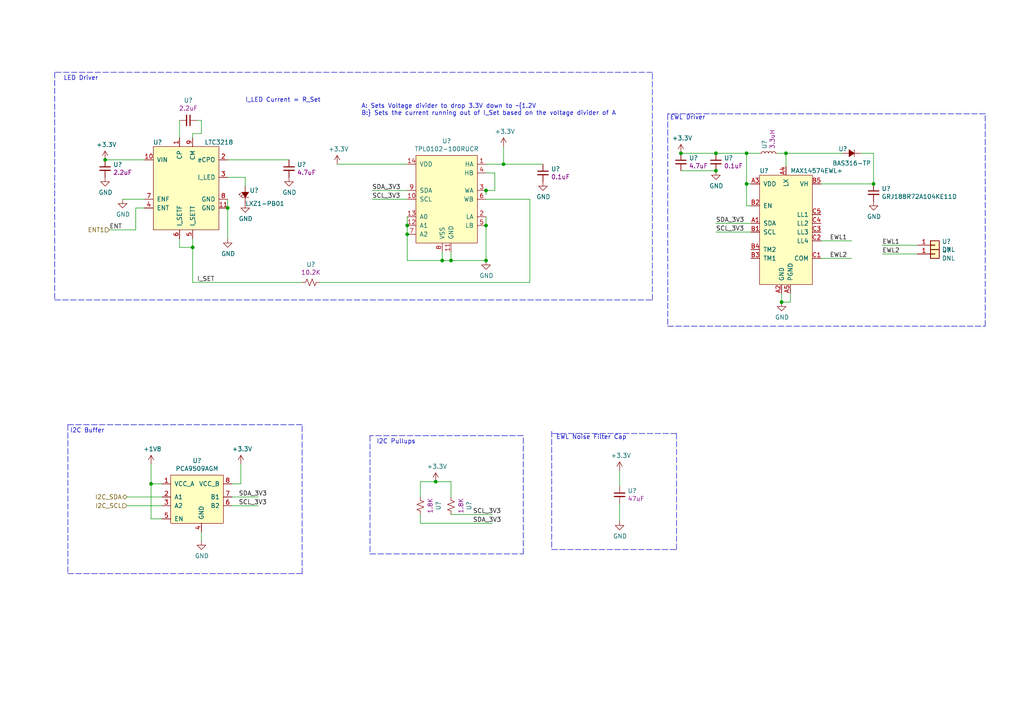
<source format=kicad_sch>
(kicad_sch (version 20211123) (generator eeschema)
  (paper "A4")
  (title_block (title "Miniscope-V4-Rigid-Flex") (date "2021-01-05") (rev "4.41") (company "Aharoni Lab"))
  (lib_symbols
    (symbol ".Capacitor:GRM033R61A104ME15D" (pin_numbers hide) (pin_names (offset 0.254) hide)
      (property "Reference" "C" (at 0.254 1.778 0))
      (property "Note" "0.1uF" (at 2.794 -2.032 0))
      (symbol "GRM033R61A104ME15D_0_1"
        (polyline (pts (xy -1.524 -0.508) (xy 1.524 -0.508)) (stroke (width 0.3302)))
        (polyline (pts (xy -1.524 0.508) (xy 1.524 0.508)) (stroke (width 0.3048)))
      )
      (symbol "GRM033R61A104ME15D_1_1"
        (pin passive line (at 0 2.54 270) (length 2.032) (name "~") (number "1"))
        (pin passive line (at 0 -2.54 90) (length 2.032) (name "~") (number "2"))
      )
    )
    (symbol ".Capacitor:GRM033R61A225ME47D" (pin_numbers hide) (pin_names (offset 0.254) hide)
      (property "Reference" "C" (at 0.254 1.778 0))
      (property "Note" "2.2uF" (at 2.794 -2.032 0))
      (symbol "GRM033R61A225ME47D_0_1"
        (polyline (pts (xy -1.524 -0.508) (xy 1.524 -0.508)) (stroke (width 0.3302)))
        (polyline (pts (xy -1.524 0.508) (xy 1.524 0.508)) (stroke (width 0.3048)))
      )
      (symbol "GRM033R61A225ME47D_1_1"
        (pin passive line (at 0 2.54 270) (length 2.032) (name "~") (number "1"))
        (pin passive line (at 0 -2.54 90) (length 2.032) (name "~") (number "2"))
      )
    )
    (symbol ".Capacitor:GRM155R60J475ME87D" (pin_numbers hide) (pin_names (offset 0.254) hide)
      (property "Reference" "C" (at 0.254 1.778 0))
      (property "Note" "4.7uF" (at 2.794 -2.032 0))
      (symbol "GRM155R60J475ME87D_0_1"
        (polyline (pts (xy -1.524 -0.508) (xy 1.524 -0.508)) (stroke (width 0.3302)))
        (polyline (pts (xy -1.524 0.508) (xy 1.524 0.508)) (stroke (width 0.3048)))
      )
      (symbol "GRM155R60J475ME87D_1_1"
        (pin passive line (at 0 2.54 270) (length 2.032) (name "~") (number "1"))
        (pin passive line (at 0 -2.54 90) (length 2.032) (name "~") (number "2"))
      )
    )
    (symbol ".Connector:Conn_01x01" (pin_names (offset 1.016) hide)
      (property "Reference" "J" (at 0 2.54 0))
      (property "Value" "Conn_01x01" (at 0 -2.54 0))
      (symbol "Conn_01x01_1_1"
        (rectangle (start -1.27 0.127) (end 0 -0.127) (stroke (width 0.1524)))
        (rectangle (start -1.27 1.27) (end 1.27 -1.27) (stroke (width 0.254)) (fill (type background)))
        (pin passive line (at -5.08 0 0) (length 3.81) (name "Pin_1") (number "1"))
      )
    )
    (symbol ".Device:C_Small" (pin_numbers hide) (pin_names (offset 0.254) hide)
      (property "Reference" "C" (at 0.254 1.778 0))
      (property "Value" "C_Small" (at 0.254 -2.032 0))
      (symbol "C_Small_0_1"
        (polyline (pts (xy -1.524 -0.508) (xy 1.524 -0.508)) (stroke (width 0.3302)))
        (polyline (pts (xy -1.524 0.508) (xy 1.524 0.508)) (stroke (width 0.3048)))
      )
      (symbol "C_Small_1_1"
        (pin passive line (at 0 2.54 270) (length 2.032) (name "~") (number "1"))
        (pin passive line (at 0 -2.54 90) (length 2.032) (name "~") (number "2"))
      )
    )
    (symbol ".Diode:BAS316" (pin_numbers hide) (pin_names (offset 0.254) hide)
      (property "Reference" "D" (at -1.27 2.032 0))
      (property "Value" "BAS316" (at -3.81 -2.032 0))
      (symbol "BAS316_0_1"
        (polyline (pts (xy -0.762 -1.016) (xy -0.762 1.016)))
        (polyline (pts (xy -0.762 0) (xy 0.762 0)))
        (polyline (pts (xy 0.762 -1.016) (xy -0.762 0) (xy 0.762 1.016) (xy 0.762 -1.016)) (fill (type outline)))
      )
      (symbol "BAS316_1_1"
        (pin passive line (at 2.54 0 180) (length 1.778) (name "A") (number "A"))
        (pin passive line (at -2.54 0 0) (length 1.778) (name "C") (number "C"))
      )
    )
    (symbol ".Driver_ETL:MAX14574EWL+" (pin_names (offset 1.016))
      (property "Reference" "U" (at -2.54 5.08 0))
      (property "Value" "MAX14574EWL+" (at 13.97 5.08 0))
      (symbol "MAX14574EWL+_0_1"
        (rectangle (start -3.81 3.81) (end 11.43 -27.94) (fill (type background)))
      )
      (symbol "MAX14574EWL+_1_1"
        (pin bidirectional line (at -6.35 -10.16 0) (length 2.54) (name "SDA") (number "A1"))
        (pin power_in line (at 2.54 -30.48 90) (length 2.54) (name "GND") (number "A2"))
        (pin power_in line (at -6.35 1.27 0) (length 2.54) (name "VDD") (number "A3"))
        (pin bidirectional line (at 3.81 6.35 270) (length 2.54) (name "LX") (number "A4"))
        (pin power_in line (at 5.08 -30.48 90) (length 2.54) (name "PGND") (number "A5"))
        (pin bidirectional line (at -6.35 -12.7 0) (length 2.54) (name "SCL") (number "B1"))
        (pin input line (at -6.35 -5.08 0) (length 2.54) (name "EN") (number "B2"))
        (pin bidirectional line (at -6.35 -20.32 0) (length 2.54) (name "TM1") (number "B3"))
        (pin bidirectional line (at -6.35 -17.78 0) (length 2.54) (name "TM2") (number "B4"))
        (pin power_out line (at 13.97 1.27 180) (length 2.54) (name "VH") (number "B5"))
        (pin power_out line (at 13.97 -20.32 180) (length 2.54) (name "COM") (number "C1"))
        (pin power_out line (at 13.97 -15.24 180) (length 2.54) (name "LL4") (number "C2"))
        (pin power_out line (at 13.97 -12.7 180) (length 2.54) (name "LL3") (number "C3"))
        (pin power_out line (at 13.97 -10.16 180) (length 2.54) (name "LL2") (number "C4"))
        (pin power_out line (at 13.97 -7.62 180) (length 2.54) (name "LL1") (number "C5"))
      )
    )
    (symbol ".Driver_LED:LTC3218" (pin_names (offset 1.016))
      (property "Reference" "U" (at -8.89 8.89 0))
      (property "Value" "LTC3218" (at 7.62 8.89 0))
      (symbol "LTC3218_0_1"
        (rectangle (start -8.89 7.62) (end 10.16 -16.51) (fill (type background)))
      )
      (symbol "LTC3218_1_1"
        (pin output line (at -1.27 10.16 270) (length 2.54) (name "CP") (number "1"))
        (pin power_in line (at -11.43 3.81 0) (length 2.54) (name "VIN") (number "10"))
        (pin power_in line (at 12.7 -10.16 180) (length 2.54) (name "GND") (number "11"))
        (pin output line (at 12.7 3.81 180) (length 2.54) (name "eCPO") (number "2"))
        (pin power_out line (at 12.7 -1.27 180) (length 2.54) (name "I_LED") (number "3"))
        (pin input line (at -11.43 -10.16 0) (length 2.54) (name "ENT") (number "4"))
        (pin unspecified line (at 2.54 -19.05 90) (length 2.54) (name "I_SETT") (number "5"))
        (pin unspecified line (at -1.27 -19.05 90) (length 2.54) (name "I_SETF") (number "6"))
        (pin input line (at -11.43 -7.62 0) (length 2.54) (name "ENF") (number "7"))
        (pin power_in line (at 12.7 -7.62 180) (length 2.54) (name "GND") (number "8"))
        (pin input line (at 2.54 10.16 270) (length 2.54) (name "CM") (number "9"))
      )
    )
    (symbol ".Inductor:LQM18PN3R3MGHD" (pin_numbers hide) (pin_names (offset 0.254) hide)
      (property "Reference" "L" (at 0.762 1.016 0))
      (property "Note" "3.3uH" (at 3.302 -1.524 0))
      (symbol "LQM18PN3R3MGHD_0_1"
        (arc (start 0 -2.032) (mid 0.508 -1.524) (end 0 -1.016))
        (arc (start 0 -1.016) (mid 0.508 -0.508) (end 0 0))
        (arc (start 0 0) (mid 0.508 0.508) (end 0 1.016))
        (arc (start 0 1.016) (mid 0.508 1.524) (end 0 2.032))
      )
      (symbol "LQM18PN3R3MGHD_1_1"
        (pin passive line (at 0 2.54 270) (length 0.508) (name "~") (number "1"))
        (pin passive line (at 0 -2.54 90) (length 0.508) (name "~") (number "2"))
      )
    )
    (symbol ".LED:LXZ1-PR01" (pin_numbers hide) (pin_names (offset 0.254) hide)
      (property "Reference" "D" (at -1.27 3.175 0))
      (property "Value" "LXZ1-PR01" (at -4.445 -2.54 0))
      (symbol "LXZ1-PR01_0_1"
        (polyline (pts (xy -0.762 -1.016) (xy -0.762 1.016)))
        (polyline (pts (xy 1.016 0) (xy -0.762 0)))
        (polyline (pts (xy 0.762 -1.016) (xy -0.762 0) (xy 0.762 1.016) (xy 0.762 -1.016)) (fill (type outline)))
        (polyline (pts (xy 0 0.762) (xy -0.508 1.27) (xy -0.254 1.27) (xy -0.508 1.27) (xy -0.508 1.016)))
        (polyline (pts (xy 0.508 1.27) (xy 0 1.778) (xy 0.254 1.778) (xy 0 1.778) (xy 0 1.524)))
      )
      (symbol "LXZ1-PR01_1_1"
        (pin passive line (at 2.54 0 180) (length 1.778) (name "A") (number "A"))
        (pin passive line (at -2.54 0 0) (length 1.778) (name "C") (number "C"))
      )
    )
    (symbol ".Logic_Level_Translator:PCA9509AGM" (pin_names (offset 1.016))
      (property "Reference" "U" (at 6.35 8.89 0))
      (property "Value" "PCA9509AGM" (at -7.62 -7.62 0))
      (symbol "PCA9509AGM_0_1"
        (rectangle (start -7.62 7.62) (end 7.62 -6.35) (fill (type background)))
      )
      (symbol "PCA9509AGM_1_1"
        (pin power_in line (at -10.16 5.08 0) (length 2.54) (name "VCC_A") (number "1"))
        (pin bidirectional line (at -10.16 1.27 0) (length 2.54) (name "A1") (number "2"))
        (pin bidirectional line (at -10.16 -1.27 0) (length 2.54) (name "A2") (number "3"))
        (pin bidirectional line (at 1.27 -8.89 90) (length 2.54) (name "GND") (number "4"))
        (pin bidirectional line (at -10.16 -5.08 0) (length 2.54) (name "EN") (number "5"))
        (pin bidirectional line (at 10.16 -1.27 180) (length 2.54) (name "B2") (number "6"))
        (pin bidirectional line (at 10.16 1.27 180) (length 2.54) (name "B1") (number "7"))
        (pin power_in line (at 10.16 5.08 180) (length 2.54) (name "VCC_B") (number "8"))
      )
    )
    (symbol ".Potentiometer:TPL0102-100RUCR" (pin_names (offset 1.016))
      (property "Reference" "U" (at -7.62 13.97 0))
      (property "Value" "TPL0102-100RUCR" (at 11.43 13.97 0))
      (symbol "TPL0102-100RUCR_0_1"
        (rectangle (start -8.89 12.7) (end 8.89 -12.7) (fill (type background)))
      )
      (symbol "TPL0102-100RUCR_1_1"
        (pin bidirectional line (at 11.43 10.16 180) (length 2.54) (name "HA") (number "1"))
        (pin input line (at -11.43 0 0) (length 2.54) (name "SCL") (number "10"))
        (pin power_in line (at 1.27 -15.24 90) (length 2.54) (name "GND") (number "11"))
        (pin input line (at -11.43 -7.62 0) (length 2.54) (name "A1") (number "12"))
        (pin input line (at -11.43 -5.08 0) (length 2.54) (name "A0") (number "13"))
        (pin power_in line (at -11.43 10.16 0) (length 2.54) (name "VDD") (number "14"))
        (pin bidirectional line (at 11.43 -5.08 180) (length 2.54) (name "LA") (number "2"))
        (pin bidirectional line (at 11.43 2.54 180) (length 2.54) (name "WA") (number "3"))
        (pin bidirectional line (at 11.43 7.62 180) (length 2.54) (name "HB") (number "4"))
        (pin bidirectional line (at 11.43 -7.62 180) (length 2.54) (name "LB") (number "5"))
        (pin bidirectional line (at 11.43 0 180) (length 2.54) (name "WB") (number "6"))
        (pin input line (at -11.43 -10.16 0) (length 2.54) (name "A2") (number "7"))
        (pin power_in line (at -1.27 -15.24 90) (length 2.54) (name "VSS") (number "8"))
        (pin bidirectional line (at -11.43 2.54 0) (length 2.54) (name "SDA") (number "9"))
      )
    )
    (symbol ".Resistor:ERJ-1GEF1022C" (pin_numbers hide) (pin_names (offset 0.254) hide)
      (property "Reference" "R" (at 0.762 0.508 0))
      (property "Note" "10.2K" (at 3.81 -1.27 0))
      (symbol "ERJ-1GEF1022C_1_1"
        (polyline (pts (xy 0 0) (xy 1.016 -0.381) (xy 0 -0.762) (xy -1.016 -1.143) (xy 0 -1.524)))
        (polyline (pts (xy 0 1.524) (xy 1.016 1.143) (xy 0 0.762) (xy -1.016 0.381) (xy 0 0)))
        (pin passive line (at 0 2.54 270) (length 1.016) (name "~") (number "1"))
        (pin passive line (at 0 -2.54 90) (length 1.016) (name "~") (number "2"))
      )
    )
    (symbol "power:+1V8" (power) (pin_names (offset 0))
      (property "Value" "+1V8" (at 0 3.556 0))
      (symbol "+1V8_0_1"
        (polyline (pts (xy -0.762 1.27) (xy 0 2.54)))
        (polyline (pts (xy 0 0) (xy 0 2.54)))
        (polyline (pts (xy 0 2.54) (xy 0.762 1.27)))
      )
      (symbol "+1V8_1_1"
        (pin power_in line (at 0 0 90) (length 0) hide (name "+1V8") (number "1"))
      )
    )
    (symbol "power:+3.3V" (power) (pin_names (offset 0))
      (property "Value" "+3.3V" (at 0 3.556 0))
      (symbol "+3.3V_0_1"
        (polyline (pts (xy -0.762 1.27) (xy 0 2.54)))
        (polyline (pts (xy 0 0) (xy 0 2.54)))
        (polyline (pts (xy 0 2.54) (xy 0.762 1.27)))
      )
      (symbol "+3.3V_1_1"
        (pin power_in line (at 0 0 90) (length 0) hide (name "+3.3V") (number "1"))
      )
    )
    (symbol "power:GND" (power) (pin_names (offset 0))
      (property "Value" "GND" (at 0 -3.81 0))
      (symbol "GND_0_1"
        (polyline (pts (xy 0 0) (xy 0 -1.27) (xy 1.27 -1.27) (xy 0 -2.54) (xy -1.27 -1.27) (xy 0 -1.27)))
      )
      (symbol "GND_1_1"
        (pin power_in line (at 0 0 270) (length 0) hide (name "GND") (number "1"))
      )
    )
  )
  (junction (at 55.88 71.755))
  (junction (at 130.81 75.565))
  (junction (at 43.815 140.335))
  (junction (at 207.645 49.53))
  (junction (at 140.97 75.565))
  (junction (at 207.645 44.45))
  (junction (at 118.11 67.945))
  (junction (at 140.97 65.405))
  (junction (at 126.365 139.7))
  (junction (at 128.27 75.565))
  (junction (at 146.05 47.625))
  (junction (at 66.04 60.325))
  (junction (at 227.965 44.45))
  (junction (at 118.11 65.405))
  (junction (at 216.535 53.34))
  (junction (at 226.695 87.63))
  (junction (at 140.97 55.245))
  (junction (at 216.535 44.45))
  (junction (at 197.485 44.45))
  (junction (at 253.365 53.34))
  (junction (at 30.48 46.355))
  (polyline (pts (xy 160.02 125.095) (xy 160.02 159.385)))
  (wire (pts (xy 140.97 57.785) (xy 153.67 57.785)))
  (wire (pts (xy 140.97 56.515) (xy 140.97 55.245)))
  (polyline (pts (xy 196.215 159.385) (xy 196.215 125.73)))
  (wire (pts (xy 197.485 44.45) (xy 207.645 44.45)))
  (wire (pts (xy 55.88 81.915) (xy 87.63 81.915)))
  (wire (pts (xy 69.85 140.335) (xy 69.85 134.62)))
  (wire (pts (xy 52.07 71.755) (xy 55.88 71.755)))
  (wire (pts (xy 121.92 151.765) (xy 142.875 151.765)))
  (wire (pts (xy 46.99 150.495) (xy 43.815 150.495)))
  (polyline (pts (xy 285.75 33.02) (xy 193.675 33.02)))
  (wire (pts (xy 92.71 81.915) (xy 153.67 81.915)))
  (wire (pts (xy 227.965 44.45) (xy 244.475 44.45)))
  (wire (pts (xy 140.97 47.625) (xy 146.05 47.625)))
  (wire (pts (xy 71.12 51.435) (xy 71.12 53.975)))
  (wire (pts (xy 126.365 139.7) (xy 121.92 139.7)))
  (wire (pts (xy 229.235 87.63) (xy 226.695 87.63)))
  (wire (pts (xy 207.645 44.45) (xy 216.535 44.45)))
  (wire (pts (xy 66.04 46.355) (xy 83.82 46.355)))
  (wire (pts (xy 118.11 55.245) (xy 107.95 55.245)))
  (wire (pts (xy 52.07 34.925) (xy 52.07 40.005)))
  (wire (pts (xy 217.805 64.77) (xy 207.645 64.77)))
  (wire (pts (xy 207.645 49.53) (xy 197.485 49.53)))
  (wire (pts (xy 143.51 55.245) (xy 143.51 50.165)))
  (wire (pts (xy 66.04 51.435) (xy 71.12 51.435)))
  (wire (pts (xy 41.91 57.785) (xy 35.56 57.785)))
  (wire (pts (xy 58.42 38.735) (xy 55.88 38.735)))
  (wire (pts (xy 255.905 71.12) (xy 266.065 71.12)))
  (wire (pts (xy 130.81 75.565) (xy 130.81 73.025)))
  (wire (pts (xy 179.705 146.05) (xy 179.705 151.13)))
  (wire (pts (xy 216.535 53.34) (xy 216.535 44.45)))
  (polyline (pts (xy 189.23 20.955) (xy 15.875 20.955)))
  (polyline (pts (xy 193.675 94.615) (xy 285.75 94.615)))
  (wire (pts (xy 46.99 144.145) (xy 36.83 144.145)))
  (wire (pts (xy 118.11 65.405) (xy 118.11 67.945)))
  (wire (pts (xy 140.97 62.865) (xy 140.97 65.405)))
  (wire (pts (xy 55.88 38.735) (xy 55.88 40.005)))
  (wire (pts (xy 238.125 53.34) (xy 253.365 53.34)))
  (wire (pts (xy 43.815 140.335) (xy 43.815 134.62)))
  (wire (pts (xy 52.07 69.215) (xy 52.07 71.755)))
  (polyline (pts (xy 151.765 160.655) (xy 151.765 126.365)))
  (wire (pts (xy 67.31 146.685) (xy 74.93 146.685)))
  (polyline (pts (xy 193.675 33.02) (xy 193.675 94.615)))
  (polyline (pts (xy 160.02 159.385) (xy 196.215 159.385)))
  (wire (pts (xy 128.27 73.025) (xy 128.27 75.565)))
  (wire (pts (xy 58.42 34.925) (xy 58.42 38.735)))
  (polyline (pts (xy 15.875 86.995) (xy 189.23 86.995)))
  (wire (pts (xy 140.97 75.565) (xy 130.81 75.565)))
  (wire (pts (xy 130.81 139.7) (xy 126.365 139.7)))
  (wire (pts (xy 118.11 75.565) (xy 128.27 75.565)))
  (wire (pts (xy 67.31 140.335) (xy 69.85 140.335)))
  (polyline (pts (xy 189.23 86.995) (xy 189.23 20.955)))
  (wire (pts (xy 143.51 50.165) (xy 140.97 50.165)))
  (polyline (pts (xy 107.315 160.655) (xy 151.765 160.655)))
  (polyline (pts (xy 15.875 20.955) (xy 15.875 86.995)))
  (wire (pts (xy 121.92 151.765) (xy 121.92 149.225)))
  (polyline (pts (xy 19.685 123.19) (xy 19.685 166.37)))
  (wire (pts (xy 39.37 66.675) (xy 31.75 66.675)))
  (wire (pts (xy 118.11 62.865) (xy 118.11 65.405)))
  (wire (pts (xy 58.42 154.305) (xy 58.42 156.845)))
  (polyline (pts (xy 87.63 166.37) (xy 87.63 123.19)))
  (wire (pts (xy 253.365 53.34) (xy 253.365 44.45)))
  (wire (pts (xy 229.235 85.09) (xy 229.235 87.63)))
  (wire (pts (xy 121.92 139.7) (xy 121.92 144.145)))
  (wire (pts (xy 255.905 73.66) (xy 266.065 73.66)))
  (wire (pts (xy 57.15 34.925) (xy 58.42 34.925)))
  (wire (pts (xy 43.815 150.495) (xy 43.815 140.335)))
  (wire (pts (xy 226.695 87.63) (xy 226.695 85.09)))
  (wire (pts (xy 253.365 44.45) (xy 249.555 44.45)))
  (polyline (pts (xy 151.765 126.365) (xy 107.315 126.365)))
  (wire (pts (xy 66.04 57.785) (xy 66.04 60.325)))
  (wire (pts (xy 157.48 47.625) (xy 146.05 47.625)))
  (wire (pts (xy 46.99 140.335) (xy 43.815 140.335)))
  (wire (pts (xy 216.535 59.69) (xy 216.535 53.34)))
  (wire (pts (xy 46.99 146.685) (xy 36.83 146.685)))
  (polyline (pts (xy 285.75 94.615) (xy 285.75 33.02)))
  (wire (pts (xy 153.67 81.915) (xy 153.67 57.785)))
  (wire (pts (xy 55.88 71.755) (xy 55.88 81.915)))
  (wire (pts (xy 97.79 47.625) (xy 118.11 47.625)))
  (polyline (pts (xy 196.215 125.73) (xy 160.02 125.73)))
  (wire (pts (xy 118.11 67.945) (xy 118.11 75.565)))
  (wire (pts (xy 140.97 65.405) (xy 140.97 75.565)))
  (wire (pts (xy 55.88 71.755) (xy 55.88 69.215)))
  (wire (pts (xy 217.805 67.31) (xy 207.645 67.31)))
  (wire (pts (xy 227.965 44.45) (xy 227.965 48.26)))
  (wire (pts (xy 130.81 139.7) (xy 130.81 144.145)))
  (wire (pts (xy 39.37 60.325) (xy 39.37 66.675)))
  (wire (pts (xy 41.91 46.355) (xy 30.48 46.355)))
  (wire (pts (xy 118.11 57.785) (xy 107.95 57.785)))
  (wire (pts (xy 179.705 140.97) (xy 179.705 136.525)))
  (wire (pts (xy 216.535 53.34) (xy 217.805 53.34)))
  (wire (pts (xy 130.81 149.225) (xy 142.875 149.225)))
  (wire (pts (xy 140.97 55.245) (xy 143.51 55.245)))
  (wire (pts (xy 238.125 74.93) (xy 247.015 74.93)))
  (wire (pts (xy 217.805 59.69) (xy 216.535 59.69)))
  (wire (pts (xy 66.04 60.325) (xy 66.04 69.215)))
  (polyline (pts (xy 107.315 126.365) (xy 107.315 160.655)))
  (wire (pts (xy 216.535 44.45) (xy 220.345 44.45)))
  (wire (pts (xy 225.425 44.45) (xy 227.965 44.45)))
  (wire (pts (xy 41.91 60.325) (xy 39.37 60.325)))
  (wire (pts (xy 146.05 47.625) (xy 146.05 42.545)))
  (wire (pts (xy 67.31 144.145) (xy 74.93 144.145)))
  (wire (pts (xy 128.27 75.565) (xy 130.81 75.565)))
  (wire (pts (xy 238.125 69.85) (xy 247.015 69.85)))
  (polyline (pts (xy 87.63 123.19) (xy 19.685 123.19)))
  (polyline (pts (xy 19.685 166.37) (xy 87.63 166.37)))
  (text "EWL Driver" (at 194.31 34.925 0) (effects (font (size 1.27 1.27)) (justify left bottom)))
  (text "LED Driver" (at 18.415 23.495 0) (effects (font (size 1.27 1.27)) (justify left bottom)))
  (text "A: Sets Voltage divider to drop 3.3V down to ~{1.2V\nB:} Sets the current running out of I_Set based on the voltage divider of A\n" (at 104.775 33.655 0) (effects (font (size 1.27 1.27)) (justify left bottom)))
  (text "I2C Buffer" (at 20.32 125.73 0) (effects (font (size 1.27 1.27)) (justify left bottom)))
  (text "I_LED Current = R_Set" (at 71.12 29.845 0) (effects (font (size 1.27 1.27)) (justify left bottom)))
  (text "EWL Noise Filter Cap" (at 161.29 127.635 0) (effects (font (size 1.27 1.27)) (justify left bottom)))
  (text "I2C Pullups" (at 109.22 128.905 0) (effects (font (size 1.27 1.27)) (justify left bottom)))
  (label "SCL_3V3" (at 107.95 57.785 0))
  (label "SDA_3V3" (at 107.95 55.245 0))
  (label "I_SET" (at 57.15 81.915 0))
  (label "ENT" (at 31.75 66.675 0))
  (label "SCL_3V3" (at 137.16 149.225 0))
  (label "SCL_3V3" (at 69.215 146.685 0))
  (label "EWL2" (at 240.665 74.93 0))
  (label "EWL1" (at 240.665 69.85 0))
  (label "SCL_3V3" (at 207.645 67.31 0))
  (label "SDA_3V3" (at 69.215 144.145 0))
  (label "SDA_3V3" (at 137.16 151.765 0))
  (label "EWL1" (at 255.905 71.12 0))
  (label "EWL2" (at 255.905 73.66 0))
  (label "SDA_3V3" (at 207.645 64.77 0))
  (hierarchical_label "I2C_SCL" (shape input) (at 36.83 146.685 180))
  (hierarchical_label "I2C_SDA" (shape bidirectional) (at 36.83 144.145 180))
  (hierarchical_label "ENT1" (shape input) (at 31.75 66.675 180))
  (symbol (lib_id ".Driver_ETL:MAX14574EWL+") (at 224.155 54.61 0) (unit 1)
    (property "Value" "MAX14574EWL+" (at 236.855 49.53 0))
    (property "Footprint" ".Package_BGA:BGA_15_NP50_3X5_155X255X69B31N" (effects hide))
  )
  (symbol (lib_id ".Potentiometer:TPL0102-100RUCR") (at 129.54 57.785 0) (unit 1)
    (property "Value" "TPL0102-100RUCR" (at 129.54 43.2054 0))
    (property "Footprint" ".Package_QFN:QFN_14_P40_200X200X40L40X20L" (effects hide))
    (property "Datasheet" "http://www.ti.com/lit/ds/symlink/tpl0102-100.pdf" (effects hide))
    (property "Note" "2 ch digital pot" (effects hide))
    (property "Size" "14-XFQFN" (effects hide))
  )
  (symbol (lib_id ".Driver_LED:LTC3218") (at 53.34 50.165 0) (unit 1)
    (property "Value" "LTC3218" (at 63.5 41.275 0))
    (property "Footprint" ".Package_SON:SON_11_P50_300X200X80L40X25T239X64L" (effects hide))
    (property "Datasheet" "http://www.linear.com/docs/19518" (effects hide))
  )
  (symbol (lib_id ".Diode:BAS316") (at 247.015 44.45 180) (unit 1)
    (property "Value" "BAS316-TP" (at 247.015 47.3456 0))
    (property "Footprint" ".Diode:SOD_323_250X125X110L30X32L" (effects hide))
    (property "Datasheet" "https://assets.nexperia.com/documents/data-sheet/BAS16_SER.pdf" (effects hide))
    (property "Note" "BAS316" (effects hide))
  )
  (symbol (lib_id ".Inductor:LQM18PN3R3MGHD") (at 222.885 44.45 90) (unit 1)
    (property "Value" "MBKK1608T3R3M" (effects hide))
    (property "Footprint" ".Inductor:L_0603_1608Metric_L" (effects hide))
    (property "Datasheet" "http://search.murata.co.jp/Ceramy/image/img/P02/JELF243B-0047.pdf" (effects hide))
    (property "Note" "3.3uH" (at 224.028 43.2308 0) (effects (justify left)))
    (property "Size" "0603" (effects hide))
    (property "Comment" "Needs low DCR and max saturation current of at least 270mA" (effects hide))
  )
  (symbol (lib_id ".Capacitor:GRM155R60J475ME87D") (at 197.485 46.99 0) (unit 1)
    (property "Value" "GRM155R60J475ME47D" (effects hide))
    (property "Footprint" ".Capacitor:C_0402_1005Metric_L" (effects hide))
    (property "Note" "4.7uF" (at 199.8218 48.133 0) (effects (justify left)))
    (property "Size" "0402" (effects hide))
  )
  (symbol (lib_id ".Capacitor:GRM033R61A104ME15D") (at 207.645 46.99 0) (unit 1)
    (property "Value" "GRM033R61A104ME15D" (effects hide))
    (property "Footprint" ".Capacitor:C_0201_0603Metric_L" (effects hide))
    (property "Datasheet" "http://search.murata.co.jp/Ceramy/image/img/A01X/G101/ENG/GRM033R61A104ME15-01.pdf" (effects hide))
    (property "Note" "0.1uF" (at 209.9818 48.133 0) (effects (justify left)))
    (property "Size" "0201" (effects hide))
  )
  (symbol (lib_id "power:GND") (at 253.365 58.42 0) (unit 1)
    (property "Reference" "#PWR0112" (effects hide))
    (property "Value" "GND" (at 253.492 62.8142 0))
  )
  (symbol (lib_id "power:GND") (at 226.695 87.63 0) (unit 1)
    (property "Reference" "#PWR0113" (effects hide))
    (property "Value" "GND" (at 226.822 92.0242 0))
  )
  (symbol (lib_id "power:+3.3V") (at 197.485 44.45 0) (unit 1)
    (property "Reference" "#PWR0114" (effects hide))
    (property "Value" "+3.3V" (at 197.866 40.0558 0))
  )
  (symbol (lib_id "power:GND") (at 207.645 49.53 0) (unit 1)
    (property "Reference" "#PWR0115" (effects hide))
    (property "Value" "GND" (at 207.772 53.9242 0))
  )
  (symbol (lib_id ".Capacitor:GRM033R61A225ME47D") (at 30.48 48.895 0) (unit 1)
    (property "Value" "GRM033R61A225ME47D" (effects hide))
    (property "Footprint" ".Capacitor:C_0201_0603Metric_L" (effects hide))
    (property "Datasheet" "http://search.murata.co.jp/Ceramy/image/img/A01X/G101/ENG/GRM033R61A225ME47-01.pdf" (effects hide))
    (property "Note" "2.2uF" (at 32.8168 50.038 0) (effects (justify left)))
    (property "Size" "0201" (effects hide))
  )
  (symbol (lib_id ".Capacitor:GRM033R61A225ME47D") (at 54.61 34.925 270) (unit 1)
    (property "Value" "GRM033R61A225ME47D" (effects hide))
    (property "Footprint" ".Capacitor:C_0201_0603Metric_L" (effects hide))
    (property "Datasheet" "http://search.murata.co.jp/Ceramy/image/img/A01X/G101/ENG/GRM033R61A225ME47-01.pdf" (effects hide))
    (property "Note" "2.2uF" (at 54.61 31.4198 90))
    (property "Size" "0201" (effects hide))
  )
  (symbol (lib_id ".Capacitor:GRM155R60J475ME87D") (at 83.82 48.895 0) (unit 1)
    (property "Value" "GRM155R60J475ME47D" (effects hide))
    (property "Footprint" ".Capacitor:C_0402_1005Metric_L" (effects hide))
    (property "Note" "4.7uF" (at 86.1568 50.038 0) (effects (justify left)))
    (property "Size" "0402" (effects hide))
  )
  (symbol (lib_id "power:GND") (at 35.56 57.785 0) (unit 1)
    (property "Reference" "#PWR0116" (effects hide))
    (property "Value" "GND" (at 35.687 62.1792 0))
  )
  (symbol (lib_id "power:GND") (at 66.04 69.215 0) (unit 1)
    (property "Reference" "#PWR0117" (effects hide))
    (property "Value" "GND" (at 66.167 73.6092 0))
  )
  (symbol (lib_id "power:GND") (at 83.82 51.435 0) (unit 1)
    (property "Reference" "#PWR0118" (effects hide))
    (property "Value" "GND" (at 83.947 55.8292 0))
  )
  (symbol (lib_id "power:GND") (at 71.12 59.055 0) (unit 1)
    (property "Reference" "#PWR0119" (effects hide))
    (property "Value" "GND" (at 71.247 63.4492 0))
  )
  (symbol (lib_id "power:GND") (at 30.48 51.435 0) (unit 1)
    (property "Reference" "#PWR0120" (effects hide))
    (property "Value" "GND" (at 30.607 55.8292 0))
  )
  (symbol (lib_id ".LED:LXZ1-PR01") (at 71.12 56.515 90) (unit 1)
    (property "Value" "LXZ1-PB01" (at 71.12 59.055 90) (effects (justify right)))
    (property "Footprint" ".LED:LED_LXZ1_PB01_L" (effects hide))
    (property "Datasheet" "https://www.lumileds.com/uploads/415/DS105-pdf" (effects hide))
    (property "Note" "LED LUXEON Z BLUE 450NM 2SMD" (effects hide))
    (property "Size" "0705" (effects hide))
  )
  (symbol (lib_id "power:+3.3V") (at 97.79 47.625 0) (unit 1)
    (property "Reference" "#PWR0121" (effects hide))
    (property "Value" "+3.3V" (at 98.171 43.2308 0))
  )
  (symbol (lib_id "power:+3.3V") (at 146.05 42.545 0) (unit 1)
    (property "Reference" "#PWR0122" (effects hide))
    (property "Value" "+3.3V" (at 146.431 38.1508 0))
  )
  (symbol (lib_id "power:GND") (at 140.97 75.565 0) (unit 1)
    (property "Reference" "#PWR0123" (effects hide))
    (property "Value" "GND" (at 141.097 79.9592 0))
  )
  (symbol (lib_id ".Resistor:ERJ-1GEF1022C") (at 90.17 81.915 270) (unit 1)
    (property "Value" "ERJ-1GNF1022C" (effects hide))
    (property "Footprint" ".Resistor:R_0201_0603Metric_ERJ_L" (effects hide))
    (property "Datasheet" "https://media.digikey.com/pdf/Data%20Sheets/Panasonic%20Resistors%20Thermistors%20PDFs/ERJ-G,R,E_Series_Rev_Oct_2014.pdf" (effects hide))
    (property "Note" "10.2K" (at 90.17 79.0194 90))
    (property "Size" "0201" (effects hide))
  )
  (symbol (lib_id "power:+3.3V") (at 30.48 46.355 0) (unit 1)
    (property "Reference" "#PWR0124" (effects hide))
    (property "Value" "+3.3V" (at 30.861 41.9608 0))
  )
  (symbol (lib_id ".Connector:Conn_01x01") (at 271.145 71.12 0) (unit 1)
    (property "Value" "DNL" (at 273.177 72.3646 0) (effects (justify left)))
    (property "Footprint" ".Connector:Conn_1x1_250x750_Pad" (effects hide))
  )
  (symbol (lib_id ".Connector:Conn_01x01") (at 271.145 73.66 0) (unit 1)
    (property "Value" "DNL" (at 273.177 74.9046 0) (effects (justify left)))
    (property "Footprint" ".Connector:Conn_1x1_250x750_Pad" (effects hide))
  )
  (symbol (lib_id ".Device:C_Small") (at 253.365 55.88 0) (unit 1)
    (property "Value" "GRJ188R72A104KE11D" (at 255.7018 57.023 0) (effects (justify left)))
    (property "Footprint" ".Capacitor:C_0603_1608Metric_L" (effects hide))
    (property "Note" "100nF 100V 0603" (effects hide))
    (property "Size" "0603" (effects hide))
  )
  (symbol (lib_id ".Capacitor:GRM033R61A104ME15D") (at 157.48 50.165 0) (unit 1)
    (property "Value" "GRM033R61A104ME15D" (effects hide))
    (property "Footprint" ".Capacitor:C_0201_0603Metric_L" (effects hide))
    (property "Datasheet" "http://search.murata.co.jp/Ceramy/image/img/A01X/G101/ENG/GRM033R61A104ME15-01.pdf" (effects hide))
    (property "Note" "0.1uF" (at 159.8168 51.308 0) (effects (justify left)))
    (property "Size" "0201" (effects hide))
  )
  (symbol (lib_id "power:GND") (at 157.48 52.705 0) (unit 1)
    (property "Reference" "#PWR0128" (effects hide))
    (property "Value" "GND" (at 157.607 57.0992 0))
  )
  (symbol (lib_id ".Capacitor:GRM033R61A104ME15D") (at 179.705 143.51 0) (unit 1)
    (property "Value" "GRM21BR61A476ME15L " (effects hide))
    (property "Footprint" ".Capacitor:C_0805_2012Metric_L" (effects hide))
    (property "Datasheet" "http://search.murata.co.jp/Ceramy/image/img/A01X/G101/ENG/GRM033R61A104ME15-01.pdf" (effects hide))
    (property "Note" "47uF" (at 182.0418 144.653 0) (effects (justify left)))
    (property "Size" "0805" (effects hide))
  )
  (symbol (lib_id "power:GND") (at 179.705 151.13 0) (unit 1)
    (property "Reference" "#PWR0201" (effects hide))
    (property "Value" "GND" (at 179.832 155.5242 0))
  )
  (symbol (lib_id "power:+3.3V") (at 179.705 136.525 0) (unit 1)
    (property "Reference" "#PWR0202" (effects hide))
    (property "Value" "+3.3V" (at 180.086 132.1308 0))
  )
  (symbol (lib_id ".Logic_Level_Translator:PCA9509AGM") (at 57.15 145.415 0) (unit 1)
    (property "Value" "PCA9509AGM" (at 57.15 135.9154 0))
    (property "Footprint" ".Package_QFN:XQFN8" (effects hide))
    (property "Datasheet" "https://www.nxp.com/docs/en/data-sheet/PCA9509A.pdf" (effects hide))
    (property "Note" "I2C Buffer" (effects hide))
  )
  (symbol (lib_id "power:+1V8") (at 43.815 134.62 0) (unit 1)
    (property "Reference" "#PWR0190" (effects hide))
    (property "Value" "+1V8" (at 44.196 130.2258 0))
  )
  (symbol (lib_id "power:+3.3V") (at 69.85 134.62 0) (unit 1)
    (property "Reference" "#PWR0213" (effects hide))
    (property "Value" "+3.3V" (at 70.231 130.2258 0))
  )
  (symbol (lib_id "power:GND") (at 58.42 156.845 0) (unit 1)
    (property "Reference" "#PWR0214" (effects hide))
    (property "Value" "GND" (at 58.547 161.2392 0))
  )
  (symbol (lib_id ".Resistor:ERJ-1GEF1022C") (at 130.81 146.685 180) (unit 1)
    (property "Value" "ERJ-1GNF1801C" (effects hide))
    (property "Footprint" ".Resistor:R_0201_0603Metric_ERJ_L" (effects hide))
    (property "Datasheet" "https://media.digikey.com/pdf/Data%20Sheets/Panasonic%20Resistors%20Thermistors%20PDFs/ERJ-G,R,E_Series_Rev_Oct_2014.pdf" (effects hide))
    (property "Note" "1.8K" (at 133.7056 146.685 90))
    (property "Size" "0201" (effects hide))
  )
  (symbol (lib_id ".Resistor:ERJ-1GEF1022C") (at 121.92 146.685 180) (unit 1)
    (property "Value" "ERJ-1GNF1801C" (effects hide))
    (property "Footprint" ".Resistor:R_0201_0603Metric_ERJ_L" (effects hide))
    (property "Datasheet" "https://media.digikey.com/pdf/Data%20Sheets/Panasonic%20Resistors%20Thermistors%20PDFs/ERJ-G,R,E_Series_Rev_Oct_2014.pdf" (effects hide))
    (property "Note" "1.8K" (at 124.8156 146.685 90))
    (property "Size" "0201" (effects hide))
  )
  (symbol (lib_id "power:+3.3V") (at 126.365 139.7 0) (unit 1)
    (property "Reference" "#PWR0215" (effects hide))
    (property "Value" "+3.3V" (at 126.746 135.3058 0))
  )
)
</source>
